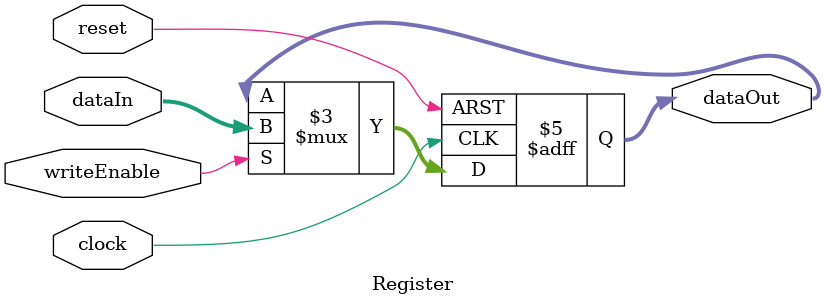
<source format=v>

module Register #(
        parameter DATA_BUS_WIDTH = 64
    ) (
        input reset,
        input clock,
        input writeEnable,

        input [DATA_BUS_WIDTH-1:0] dataIn,
        output reg [DATA_BUS_WIDTH-1:0] dataOut
    );

    initial begin
        dataOut = 0;
    end

    always @ (posedge clock, posedge reset)
        if (reset)
            dataOut <= 0;
        else if (writeEnable)
            dataOut <= dataIn;
            
    
endmodule

</source>
